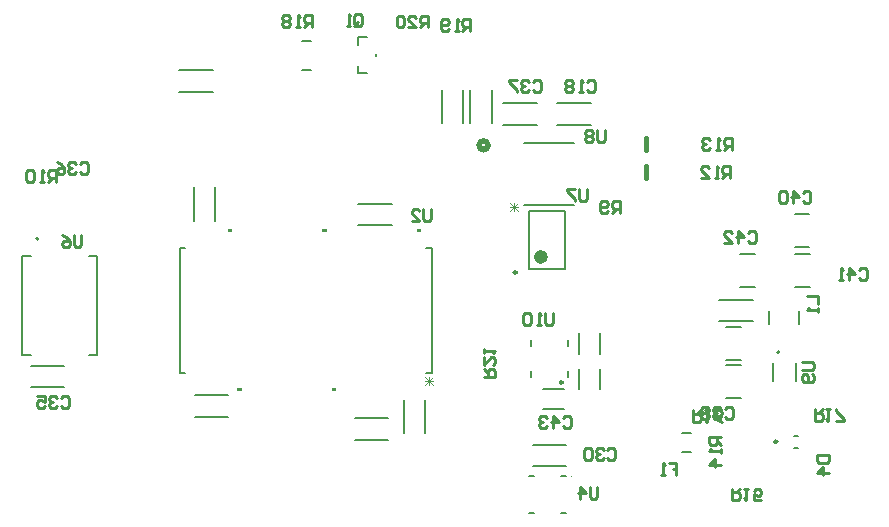
<source format=gbr>
G04*
G04 #@! TF.GenerationSoftware,Altium Limited,Altium Designer,25.1.2 (22)*
G04*
G04 Layer_Color=32896*
%FSLAX25Y25*%
%MOIN*%
G70*
G04*
G04 #@! TF.SameCoordinates,E7EE586C-05D5-46D5-8D4D-84EA4DFC6535*
G04*
G04*
G04 #@! TF.FilePolarity,Positive*
G04*
G01*
G75*
%ADD10C,0.00984*%
%ADD11C,0.02000*%
%ADD12C,0.01000*%
%ADD13C,0.00600*%
%ADD14C,0.00787*%
%ADD75C,0.00394*%
%ADD76C,0.02362*%
%ADD77C,0.01575*%
%ADD78C,0.00300*%
G36*
X456703Y350550D02*
Y349550D01*
X455203D01*
Y350550D01*
X456703D01*
D02*
G37*
G36*
X453553Y402450D02*
Y403450D01*
X452053D01*
X452053Y402450D01*
X453553D01*
D02*
G37*
G36*
X488199Y350550D02*
Y349550D01*
X486699D01*
Y350550D01*
X488199D01*
D02*
G37*
G36*
X516545Y402450D02*
Y403450D01*
X515045D01*
Y402450D01*
X516545D01*
D02*
G37*
G36*
X485049Y402450D02*
Y403450D01*
X483549D01*
X483549Y402450D01*
X485049Y402450D01*
D02*
G37*
D10*
X563752Y352528D02*
G03*
X563752Y352528I-492J0D01*
G01*
X548362Y389154D02*
G03*
X548362Y389154I-492J0D01*
G01*
X635212Y332732D02*
G03*
X635212Y332732I-492J0D01*
G01*
D11*
X538812Y431500D02*
G03*
X538812Y431500I-1500J0D01*
G01*
D12*
X560420Y375468D02*
Y372188D01*
X559764Y371532D01*
X558452D01*
X557796Y372188D01*
Y375468D01*
X556484Y371532D02*
X555172D01*
X555828D01*
Y375468D01*
X556484Y374812D01*
X553204D02*
X552548Y375468D01*
X551236D01*
X550580Y374812D01*
Y372188D01*
X551236Y371532D01*
X552548D01*
X553204Y372188D01*
Y374812D01*
X537339Y354366D02*
X541275D01*
Y356334D01*
X540619Y356990D01*
X539307D01*
X538651Y356334D01*
Y354366D01*
Y355678D02*
X537339Y356990D01*
Y360926D02*
Y358302D01*
X539963Y360926D01*
X540619D01*
X541275Y360270D01*
Y358958D01*
X540619Y358302D01*
X537339Y362238D02*
Y363550D01*
Y362894D01*
X541275D01*
X540619Y362238D01*
X563793Y340615D02*
X564449Y341271D01*
X565761D01*
X566417Y340615D01*
Y337991D01*
X565761Y337335D01*
X564449D01*
X563793Y337991D01*
X560513Y337335D02*
Y341271D01*
X562481Y339303D01*
X559857D01*
X558545Y340615D02*
X557889Y341271D01*
X556577D01*
X555922Y340615D01*
Y339959D01*
X556577Y339303D01*
X557233D01*
X556577D01*
X555922Y338647D01*
Y337991D01*
X556577Y337335D01*
X557889D01*
X558545Y337991D01*
X571700Y417036D02*
Y413756D01*
X571044Y413100D01*
X569732D01*
X569076Y413756D01*
Y417036D01*
X567764D02*
X565140D01*
Y416380D01*
X567764Y413756D01*
Y413100D01*
X518800Y470800D02*
Y474736D01*
X516832D01*
X516176Y474080D01*
Y472768D01*
X516832Y472112D01*
X518800D01*
X517488D02*
X516176Y470800D01*
X512240D02*
X514864D01*
X512240Y473424D01*
Y474080D01*
X512896Y474736D01*
X514208D01*
X514864Y474080D01*
X510928D02*
X510273Y474736D01*
X508961D01*
X508305Y474080D01*
Y471456D01*
X508961Y470800D01*
X510273D01*
X510928Y471456D01*
Y474080D01*
X532920Y469532D02*
Y473468D01*
X530952D01*
X530296Y472812D01*
Y471500D01*
X530952Y470844D01*
X532920D01*
X531608D02*
X530296Y469532D01*
X528984D02*
X527672D01*
X528328D01*
Y473468D01*
X528984Y472812D01*
X525704Y470188D02*
X525048Y469532D01*
X523736D01*
X523080Y470188D01*
Y472812D01*
X523736Y473468D01*
X525048D01*
X525704Y472812D01*
Y472156D01*
X525048Y471500D01*
X523080D01*
X480100Y470900D02*
Y474836D01*
X478132D01*
X477476Y474180D01*
Y472868D01*
X478132Y472212D01*
X480100D01*
X478788D02*
X477476Y470900D01*
X476164D02*
X474852D01*
X475508D01*
Y474836D01*
X476164Y474180D01*
X472885D02*
X472228Y474836D01*
X470917D01*
X470261Y474180D01*
Y473524D01*
X470917Y472868D01*
X470261Y472212D01*
Y471556D01*
X470917Y470900D01*
X472228D01*
X472885Y471556D01*
Y472212D01*
X472228Y472868D01*
X472885Y473524D01*
Y474180D01*
X472228Y472868D02*
X470917D01*
X494276Y471956D02*
Y474580D01*
X494932Y475236D01*
X496244D01*
X496900Y474580D01*
Y471956D01*
X496244Y471300D01*
X494932D01*
X495588Y472612D02*
X494276Y471300D01*
X494932D02*
X494276Y471956D01*
X492964Y471300D02*
X491652D01*
X492308D01*
Y475236D01*
X492964Y474580D01*
X643532Y359280D02*
X646812D01*
X647468Y358624D01*
Y357312D01*
X646812Y356656D01*
X643532D01*
X646812Y355344D02*
X647468Y354688D01*
Y353376D01*
X646812Y352720D01*
X644188D01*
X643532Y353376D01*
Y354688D01*
X644188Y355344D01*
X644844D01*
X645500Y354688D01*
Y352720D01*
X647688Y343610D02*
Y339675D01*
X649656D01*
X650312Y340331D01*
Y341643D01*
X649656Y342299D01*
X647688D01*
X649000D02*
X650312Y343610D01*
X651624D02*
X652936D01*
X652280D01*
Y339675D01*
X651624Y340331D01*
X654904Y339675D02*
X657528D01*
Y340331D01*
X654904Y342954D01*
Y343610D01*
X607055Y343129D02*
Y339193D01*
X609023D01*
X609678Y339849D01*
Y341161D01*
X609023Y341817D01*
X607055D01*
X608366D02*
X609678Y343129D01*
X610990D02*
X612302D01*
X611646D01*
Y339193D01*
X610990Y339849D01*
X616894Y339193D02*
X615582Y339849D01*
X614270Y341161D01*
Y342473D01*
X614926Y343129D01*
X616238D01*
X616894Y342473D01*
Y341817D01*
X616238Y341161D01*
X614270D01*
X620118Y317093D02*
Y313158D01*
X622085D01*
X622741Y313813D01*
Y315125D01*
X622085Y315781D01*
X620118D01*
X621429D02*
X622741Y317093D01*
X624053D02*
X625365D01*
X624709D01*
Y313158D01*
X624053Y313813D01*
X629957Y313158D02*
X627333D01*
Y315125D01*
X628645Y314470D01*
X629301D01*
X629957Y315125D01*
Y316437D01*
X629301Y317093D01*
X627989D01*
X627333Y316437D01*
X616479Y334152D02*
X612544D01*
Y332184D01*
X613200Y331528D01*
X614512D01*
X615168Y332184D01*
Y334152D01*
Y332840D02*
X616479Y331528D01*
Y330216D02*
Y328904D01*
Y329560D01*
X612544D01*
X613200Y330216D01*
X616479Y324969D02*
X612544D01*
X614512Y326936D01*
Y324313D01*
X645032Y381124D02*
X648968D01*
Y378500D01*
Y377188D02*
Y375876D01*
Y376532D01*
X645032D01*
X645688Y377188D01*
X648532Y328280D02*
X652468D01*
Y326312D01*
X651812Y325656D01*
X649188D01*
X648532Y326312D01*
Y328280D01*
X652468Y322376D02*
X648532D01*
X650500Y324344D01*
Y321720D01*
X625476Y402380D02*
X626132Y403036D01*
X627444D01*
X628100Y402380D01*
Y399756D01*
X627444Y399100D01*
X626132D01*
X625476Y399756D01*
X622196Y399100D02*
Y403036D01*
X624164Y401068D01*
X621540D01*
X617605Y399100D02*
X620228D01*
X617605Y401724D01*
Y402380D01*
X618261Y403036D01*
X619573D01*
X620228Y402380D01*
X662468Y389812D02*
X663124Y390468D01*
X664436D01*
X665092Y389812D01*
Y387188D01*
X664436Y386532D01*
X663124D01*
X662468Y387188D01*
X659188Y386532D02*
Y390468D01*
X661156Y388500D01*
X658532D01*
X657220Y386532D02*
X655908D01*
X656564D01*
Y390468D01*
X657220Y389812D01*
X643676Y415580D02*
X644332Y416236D01*
X645644D01*
X646300Y415580D01*
Y412956D01*
X645644Y412300D01*
X644332D01*
X643676Y412956D01*
X640396Y412300D02*
Y416236D01*
X642364Y414268D01*
X639740D01*
X638428Y415580D02*
X637773Y416236D01*
X636461D01*
X635805Y415580D01*
Y412956D01*
X636461Y412300D01*
X637773D01*
X638428Y412956D01*
Y415580D01*
X617749Y343512D02*
X618405Y344168D01*
X619717D01*
X620373Y343512D01*
Y340888D01*
X619717Y340232D01*
X618405D01*
X617749Y340888D01*
X616437Y343512D02*
X615781Y344168D01*
X614469D01*
X613813Y343512D01*
Y342856D01*
X614469Y342200D01*
X615125D01*
X614469D01*
X613813Y341544D01*
Y340888D01*
X614469Y340232D01*
X615781D01*
X616437Y340888D01*
X612501Y343512D02*
X611845Y344168D01*
X610533D01*
X609877Y343512D01*
Y342856D01*
X610533Y342200D01*
X609877Y341544D01*
Y340888D01*
X610533Y340232D01*
X611845D01*
X612501Y340888D01*
Y341544D01*
X611845Y342200D01*
X612501Y342856D01*
Y343512D01*
X611845Y342200D02*
X610533D01*
X620065Y430032D02*
Y433968D01*
X618097D01*
X617442Y433312D01*
Y432000D01*
X618097Y431344D01*
X620065D01*
X618753D02*
X617442Y430032D01*
X616130D02*
X614818D01*
X615474D01*
Y433968D01*
X616130Y433312D01*
X612850D02*
X612194Y433968D01*
X610882D01*
X610226Y433312D01*
Y432656D01*
X610882Y432000D01*
X611538D01*
X610882D01*
X610226Y431344D01*
Y430688D01*
X610882Y430032D01*
X612194D01*
X612850Y430688D01*
X619565Y420532D02*
Y424468D01*
X617597D01*
X616941Y423812D01*
Y422500D01*
X617597Y421844D01*
X619565D01*
X618253D02*
X616941Y420532D01*
X615630D02*
X614318D01*
X614974D01*
Y424468D01*
X615630Y423812D01*
X609726Y420532D02*
X612350D01*
X609726Y423156D01*
Y423812D01*
X610382Y424468D01*
X611694D01*
X612350Y423812D01*
X577780Y436468D02*
Y433188D01*
X577124Y432532D01*
X575812D01*
X575156Y433188D01*
Y436468D01*
X573844Y435812D02*
X573188Y436468D01*
X571876D01*
X571220Y435812D01*
Y435156D01*
X571876Y434500D01*
X571220Y433844D01*
Y433188D01*
X571876Y432532D01*
X573188D01*
X573844Y433188D01*
Y433844D01*
X573188Y434500D01*
X573844Y435156D01*
Y435812D01*
X573188Y434500D02*
X571876D01*
X571776Y452680D02*
X572432Y453336D01*
X573744D01*
X574400Y452680D01*
Y450056D01*
X573744Y449400D01*
X572432D01*
X571776Y450056D01*
X570464Y449400D02*
X569152D01*
X569808D01*
Y453336D01*
X570464Y452680D01*
X567184D02*
X566529Y453336D01*
X565217D01*
X564561Y452680D01*
Y452024D01*
X565217Y451368D01*
X564561Y450712D01*
Y450056D01*
X565217Y449400D01*
X566529D01*
X567184Y450056D01*
Y450712D01*
X566529Y451368D01*
X567184Y452024D01*
Y452680D01*
X566529Y451368D02*
X565217D01*
X582700Y409100D02*
Y413036D01*
X580732D01*
X580076Y412380D01*
Y411068D01*
X580732Y410412D01*
X582700D01*
X581388D02*
X580076Y409100D01*
X578764Y409756D02*
X578108Y409100D01*
X576796D01*
X576140Y409756D01*
Y412380D01*
X576796Y413036D01*
X578108D01*
X578764Y412380D01*
Y411724D01*
X578108Y411068D01*
X576140D01*
X599000Y325468D02*
X601624D01*
Y323500D01*
X600312D01*
X601624D01*
Y321532D01*
X597688D02*
X596376D01*
X597032D01*
Y325468D01*
X597688Y324812D01*
X553776Y452680D02*
X554432Y453336D01*
X555744D01*
X556400Y452680D01*
Y450056D01*
X555744Y449400D01*
X554432D01*
X553776Y450056D01*
X552464Y452680D02*
X551808Y453336D01*
X550496D01*
X549840Y452680D01*
Y452024D01*
X550496Y451368D01*
X551152D01*
X550496D01*
X549840Y450712D01*
Y450056D01*
X550496Y449400D01*
X551808D01*
X552464Y450056D01*
X548528Y453336D02*
X545905D01*
Y452680D01*
X548528Y450056D01*
Y449400D01*
X575280Y317468D02*
Y314188D01*
X574624Y313532D01*
X573312D01*
X572656Y314188D01*
Y317468D01*
X569376Y313532D02*
Y317468D01*
X571344Y315500D01*
X568720D01*
X394700Y419200D02*
Y423136D01*
X392732D01*
X392076Y422480D01*
Y421168D01*
X392732Y420512D01*
X394700D01*
X393388D02*
X392076Y419200D01*
X390764D02*
X389452D01*
X390108D01*
Y423136D01*
X390764Y422480D01*
X387485D02*
X386828Y423136D01*
X385517D01*
X384861Y422480D01*
Y419856D01*
X385517Y419200D01*
X386828D01*
X387485Y419856D01*
Y422480D01*
X402876Y425380D02*
X403532Y426036D01*
X404844D01*
X405500Y425380D01*
Y422756D01*
X404844Y422100D01*
X403532D01*
X402876Y422756D01*
X401564Y425380D02*
X400908Y426036D01*
X399596D01*
X398940Y425380D01*
Y424724D01*
X399596Y424068D01*
X400252D01*
X399596D01*
X398940Y423412D01*
Y422756D01*
X399596Y422100D01*
X400908D01*
X401564Y422756D01*
X395005Y426036D02*
X396317Y425380D01*
X397628Y424068D01*
Y422756D01*
X396973Y422100D01*
X395661D01*
X395005Y422756D01*
Y423412D01*
X395661Y424068D01*
X397628D01*
X396467Y347312D02*
X397123Y347968D01*
X398435D01*
X399091Y347312D01*
Y344688D01*
X398435Y344032D01*
X397123D01*
X396467Y344688D01*
X395155Y347312D02*
X394499Y347968D01*
X393187D01*
X392531Y347312D01*
Y346656D01*
X393187Y346000D01*
X393843D01*
X393187D01*
X392531Y345344D01*
Y344688D01*
X393187Y344032D01*
X394499D01*
X395155Y344688D01*
X388595Y347968D02*
X391219D01*
Y346000D01*
X389907Y346656D01*
X389251D01*
X388595Y346000D01*
Y344688D01*
X389251Y344032D01*
X390563D01*
X391219Y344688D01*
X578624Y329812D02*
X579280Y330468D01*
X580592D01*
X581248Y329812D01*
Y327188D01*
X580592Y326532D01*
X579280D01*
X578624Y327188D01*
X577312Y329812D02*
X576656Y330468D01*
X575344D01*
X574688Y329812D01*
Y329156D01*
X575344Y328500D01*
X576000D01*
X575344D01*
X574688Y327844D01*
Y327188D01*
X575344Y326532D01*
X576656D01*
X577312Y327188D01*
X573376Y329812D02*
X572720Y330468D01*
X571408D01*
X570752Y329812D01*
Y327188D01*
X571408Y326532D01*
X572720D01*
X573376Y327188D01*
Y329812D01*
X403280Y401468D02*
Y398188D01*
X402624Y397532D01*
X401312D01*
X400656Y398188D01*
Y401468D01*
X396720D02*
X398032Y400812D01*
X399344Y399500D01*
Y398188D01*
X398688Y397532D01*
X397376D01*
X396720Y398188D01*
Y398844D01*
X397376Y399500D01*
X399344D01*
X519900Y410336D02*
Y407056D01*
X519244Y406400D01*
X517932D01*
X517276Y407056D01*
Y410336D01*
X513340Y406400D02*
X515964D01*
X513340Y409024D01*
Y409680D01*
X513996Y410336D01*
X515308D01*
X515964Y409680D01*
D13*
X635931Y362569D02*
G03*
X635931Y362569I-400J0D01*
G01*
X388900Y400350D02*
G03*
X388900Y400350I-400J0D01*
G01*
X641350Y352800D02*
Y358900D01*
X633650Y352800D02*
Y358900D01*
X550650Y411650D02*
X567350D01*
X550650Y432350D02*
X567350D01*
X383500Y361550D02*
X386340D01*
X405660Y394450D02*
X408500D01*
X383500D02*
X386340D01*
X383500Y361550D02*
Y394450D01*
X405660Y361550D02*
X408500D01*
Y394450D01*
X436000Y355750D02*
X437895D01*
X518105D02*
X520000D01*
Y397250D01*
X436000D02*
X437895D01*
X436000Y355750D02*
Y397250D01*
X518105D02*
X520000D01*
D14*
X563256Y321256D02*
X564929D01*
X552528D02*
X554201D01*
X563256Y308854D02*
X564929D01*
X552528D02*
X554201D01*
X553850Y331622D02*
X564921D01*
X553850Y324488D02*
X564921D01*
X569279Y368925D02*
X569279Y362036D01*
X575984Y362015D02*
Y368904D01*
X565425Y354299D02*
X565524D01*
X553122D02*
X553221D01*
X553122Y364634D02*
Y366701D01*
Y354299D02*
Y356366D01*
X565425Y366701D02*
X565524D01*
X553122D02*
X553221D01*
X565524Y364634D02*
Y366701D01*
Y354299D02*
Y356366D01*
X557203Y343445D02*
X564093D01*
X557224Y350150D02*
X564114D01*
X575984Y350165D02*
Y357055D01*
X569279Y350186D02*
Y357076D01*
X552496Y409646D02*
X564504D01*
X552496Y390354D02*
X564504D01*
Y409646D01*
X552496Y390354D02*
Y409646D01*
X603476Y335750D02*
X606524D01*
X603476Y329250D02*
X606524D01*
X476815Y456579D02*
X479965Y456579D01*
X476815Y466421D02*
X479965Y466421D01*
X495508Y467484D02*
X498598D01*
X501492Y461205D02*
Y461795D01*
X495508Y455516D02*
X498598D01*
X495508D02*
Y458055D01*
Y464945D02*
Y467484D01*
X618191Y360066D02*
X623112Y360066D01*
X618191Y371090D02*
X623112D01*
X641155Y395276D02*
X646076D01*
X641155Y384252D02*
X646076D01*
X618164Y347188D02*
X623086Y347188D01*
X618164Y358212D02*
X623086Y358212D01*
X615964Y380067D02*
X627036Y380067D01*
X615964Y372933D02*
X627036D01*
X640823Y334701D02*
X642201Y334701D01*
X640823Y330764D02*
X642201D01*
X642421Y376126D02*
X642421Y371874D01*
X632579D02*
Y376126D01*
X622792Y384252D02*
X627713D01*
X622792Y395276D02*
X627713D01*
X641039Y408512D02*
X645961Y408512D01*
X641039Y397488D02*
X645961Y397488D01*
X561964Y445567D02*
X573036D01*
X561964Y438433D02*
X573036D01*
X543964D02*
X555036D01*
X543964Y445567D02*
X555036D01*
X386464Y358067D02*
X397536D01*
X386464Y350933D02*
X397536D01*
X523433Y438964D02*
Y450036D01*
X530567Y438964D02*
Y450036D01*
X532933Y438807D02*
Y449879D01*
X540067Y438807D02*
Y449879D01*
X435964Y449433D02*
X447036D01*
X435964Y456567D02*
X447036D01*
X517929Y335510D02*
Y346582D01*
X510794Y335510D02*
Y346582D01*
X441210Y348156D02*
X452281D01*
X441210Y341022D02*
X452281D01*
X495585Y411978D02*
X506657D01*
X495585Y404844D02*
X506657D01*
X440772Y406419D02*
Y417490D01*
X447907Y406419D02*
Y417490D01*
X494307Y340567D02*
X505379D01*
X494307Y333433D02*
X505379D01*
D75*
X566701Y321256D02*
G03*
X566701Y321256I-197J0D01*
G01*
D76*
X557614Y394291D02*
G03*
X557614Y394291I-1181J0D01*
G01*
D77*
X591610Y420532D02*
Y424469D01*
Y430031D02*
Y433968D01*
D78*
X546025Y409620D02*
X548649Y412244D01*
X546025D02*
X548649Y409620D01*
X546025Y410932D02*
X548649D01*
X547337Y412244D02*
Y409620D01*
X520575Y351650D02*
X517951Y354274D01*
Y351650D02*
X520575Y354274D01*
X519263Y351650D02*
Y354274D01*
X517951Y352962D02*
X520575D01*
M02*

</source>
